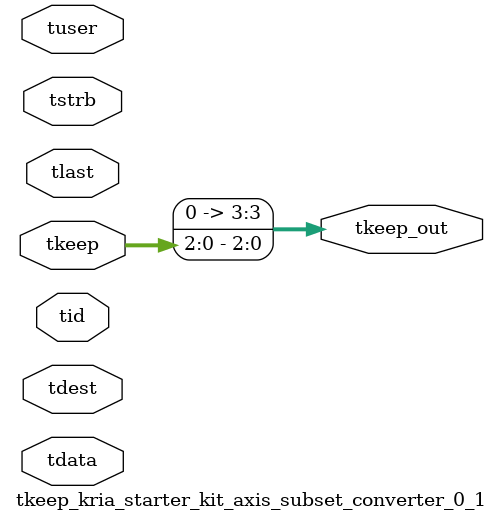
<source format=v>


`timescale 1ps/1ps

module tkeep_kria_starter_kit_axis_subset_converter_0_1 #
(
parameter C_S_AXIS_TDATA_WIDTH = 32,
parameter C_S_AXIS_TUSER_WIDTH = 0,
parameter C_S_AXIS_TID_WIDTH   = 0,
parameter C_S_AXIS_TDEST_WIDTH = 0,
parameter C_M_AXIS_TDATA_WIDTH = 32
)
(
input  [(C_S_AXIS_TDATA_WIDTH == 0 ? 1 : C_S_AXIS_TDATA_WIDTH)-1:0     ] tdata,
input  [(C_S_AXIS_TUSER_WIDTH == 0 ? 1 : C_S_AXIS_TUSER_WIDTH)-1:0     ] tuser,
input  [(C_S_AXIS_TID_WIDTH   == 0 ? 1 : C_S_AXIS_TID_WIDTH)-1:0       ] tid,
input  [(C_S_AXIS_TDEST_WIDTH == 0 ? 1 : C_S_AXIS_TDEST_WIDTH)-1:0     ] tdest,
input  [(C_S_AXIS_TDATA_WIDTH/8)-1:0 ] tkeep,
input  [(C_S_AXIS_TDATA_WIDTH/8)-1:0 ] tstrb,
input                                                                    tlast,
output [(C_M_AXIS_TDATA_WIDTH/8)-1:0 ] tkeep_out
);

assign tkeep_out = {tkeep[2:0]};

endmodule


</source>
